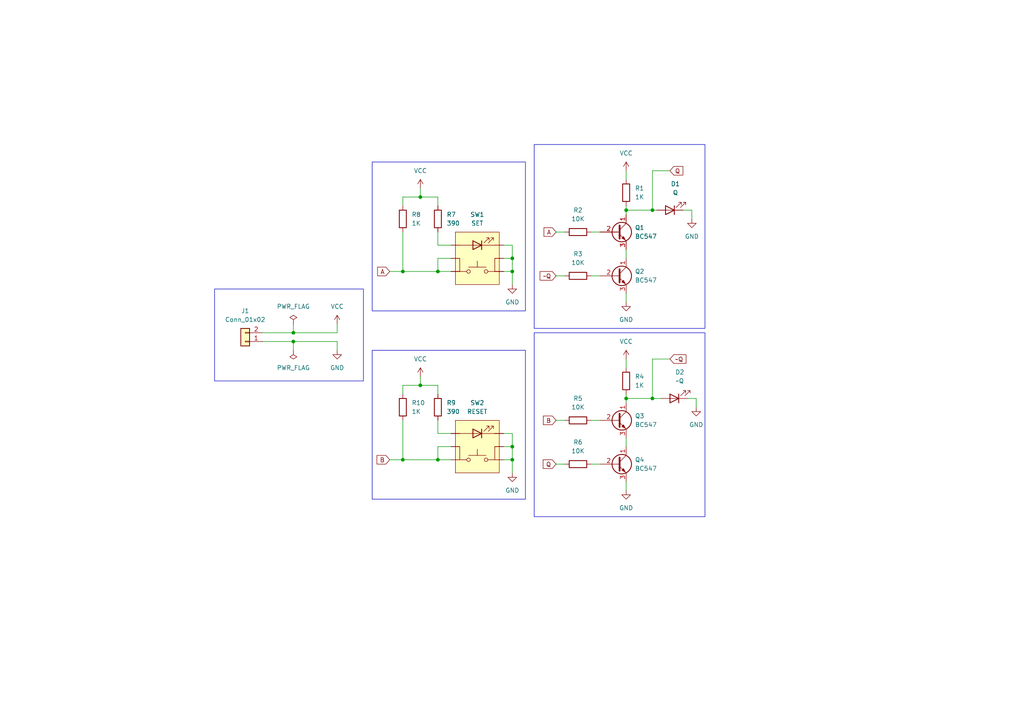
<source format=kicad_sch>
(kicad_sch (version 20230121) (generator eeschema)
  (paper "A4")
  (title_block (title "SR Latch") (date "2023-10-28") (rev "1") (company "XS-Labs"))
  (lib_symbols
    (symbol "Connector_Generic:Conn_01x02" (pin_names (offset 1.016) hide)
      (property "Reference" "J" (at 0 2.54 0))
      (property "Value" "Conn_01x02" (at 0 -5.08 0))
      (symbol "Conn_01x02_1_1"
        (rectangle (start -1.27 -2.413) (end 0 -2.667) (stroke (width 0.1524)))
        (rectangle (start -1.27 0.127) (end 0 -0.127) (stroke (width 0.1524)))
        (rectangle (start -1.27 1.27) (end 1.27 -3.81) (stroke (width 0.254)) (fill (type background)))
        (pin passive line (at -5.08 0 0) (length 3.81) (name "Pin_1") (number "1"))
        (pin passive line (at -5.08 -2.54 0) (length 3.81) (name "Pin_2") (number "2"))
      )
    )
    (symbol "Device:LED" (pin_numbers hide) (pin_names (offset 1.016) hide)
      (property "Reference" "D" (at 0 2.54 0))
      (property "Value" "LED" (at 0 -2.54 0))
      (symbol "LED_0_1"
        (polyline (pts (xy -1.27 -1.27) (xy -1.27 1.27)) (stroke (width 0.254)))
        (polyline (pts (xy -1.27 0) (xy 1.27 0)))
        (polyline (pts (xy 1.27 -1.27) (xy 1.27 1.27) (xy -1.27 0) (xy 1.27 -1.27)) (stroke (width 0.254)))
        (polyline (pts (xy -3.048 -0.762) (xy -4.572 -2.286) (xy -3.81 -2.286) (xy -4.572 -2.286) (xy -4.572 -1.524)))
        (polyline (pts (xy -1.778 -0.762) (xy -3.302 -2.286) (xy -2.54 -2.286) (xy -3.302 -2.286) (xy -3.302 -1.524)))
      )
      (symbol "LED_1_1"
        (pin passive line (at -3.81 0 0) (length 2.54) (name "K") (number "1"))
        (pin passive line (at 3.81 0 180) (length 2.54) (name "A") (number "2"))
      )
    )
    (symbol "Device:R" (pin_numbers hide) (pin_names (offset 0))
      (property "Reference" "R" (at 2.032 0 90))
      (property "Value" "R" (at 0 0 90))
      (symbol "R_0_1"
        (rectangle (start -1.016 -2.54) (end 1.016 2.54) (stroke (width 0.254)))
      )
      (symbol "R_1_1"
        (pin passive line (at 0 3.81 270) (length 1.27) (name "~") (number "1"))
        (pin passive line (at 0 -3.81 90) (length 1.27) (name "~") (number "2"))
      )
    )
    (symbol "Transistor_BJT:BC547" (pin_names (offset 0) hide)
      (property "Reference" "Q" (at 5.08 1.905 0))
      (property "Value" "BC547" (at 5.08 0 0))
      (symbol "BC547_0_1"
        (polyline (pts (xy 0 0) (xy 0.635 0)))
        (polyline (pts (xy 0.635 0.635) (xy 2.54 2.54)))
        (polyline (pts (xy 0.635 -0.635) (xy 2.54 -2.54) (xy 2.54 -2.54)))
        (polyline (pts (xy 0.635 1.905) (xy 0.635 -1.905) (xy 0.635 -1.905)) (stroke (width 0.508)))
        (polyline (pts (xy 1.27 -1.778) (xy 1.778 -1.27) (xy 2.286 -2.286) (xy 1.27 -1.778) (xy 1.27 -1.778)) (fill (type outline)))
        (circle (center 1.27 0) (radius 2.8194) (stroke (width 0.254)))
      )
      (symbol "BC547_1_1"
        (pin passive line (at 2.54 5.08 270) (length 2.54) (name "C") (number "1"))
        (pin input line (at -5.08 0 0) (length 5.08) (name "B") (number "2"))
        (pin passive line (at 2.54 -5.08 90) (length 2.54) (name "E") (number "3"))
      )
    )
    (symbol "XS:Tactile-Omron-B3W-900X-X1X" (pin_numbers hide) (pin_names (offset 1.016) hide)
      (property "Reference" "SW" (at 0 8.89 0))
      (property "Value" "Tactile-Omron-B3W-900X-X1X" (at 0 -8.89 0))
      (symbol "Tactile-Omron-B3W-900X-X1X_0_1"
        (circle (center -2.54 -3.81) (radius 0.508))
        (polyline (pts (xy -5.08 -3.81) (xy -3.175 -3.81)))
        (polyline (pts (xy -5.08 0) (xy -5.08 -3.81)))
        (polyline (pts (xy -5.08 3.81) (xy 5.08 3.81)))
        (polyline (pts (xy 0 -2.54) (xy 0 -0.762)))
        (polyline (pts (xy 1.27 2.54) (xy 1.27 5.08)) (stroke (width 0.254)))
        (polyline (pts (xy 2.54 -2.54) (xy -2.54 -2.54)))
        (polyline (pts (xy 5.08 -3.81) (xy 3.175 -3.81)))
        (polyline (pts (xy 5.08 0) (xy 5.08 -3.81)))
        (polyline (pts (xy -1.27 5.08) (xy -1.27 2.54) (xy 1.27 3.81) (xy -1.27 5.08)) (stroke (width 0.254)))
        (polyline (pts (xy 1.905 4.445) (xy 3.429 5.969) (xy 2.667 5.969) (xy 3.429 5.969) (xy 3.429 5.207)))
        (polyline (pts (xy 3.175 4.445) (xy 4.699 5.969) (xy 3.937 5.969) (xy 4.699 5.969) (xy 4.699 5.207)))
        (circle (center 2.54 -3.81) (radius 0.508))
      )
      (symbol "Tactile-Omron-B3W-900X-X1X_1_1"
        (rectangle (start -6.35 7.62) (end 6.35 -7.62) (fill (type background)))
        (pin passive line (at 7.62 0 180) (length 2.54) (name "1") (number "1"))
        (pin passive line (at 7.62 -3.81 180) (length 2.54) (name "2") (number "2"))
        (pin passive line (at -7.62 0 0) (length 2.54) (name "3") (number "3"))
        (pin passive line (at -7.62 -3.81 0) (length 2.54) (name "4") (number "4"))
        (pin passive line (at 7.62 3.81 180) (length 2.54) (name "K") (number "5"))
        (pin passive line (at -7.62 3.81 0) (length 2.54) (name "A") (number "6"))
      )
    )
    (symbol "power:GND" (power) (pin_names (offset 0))
      (property "Value" "GND" (at 0 -3.81 0))
      (symbol "GND_0_1"
        (polyline (pts (xy 0 0) (xy 0 -1.27) (xy 1.27 -1.27) (xy 0 -2.54) (xy -1.27 -1.27) (xy 0 -1.27)))
      )
      (symbol "GND_1_1"
        (pin power_in line (at 0 0 270) (length 0) hide (name "GND") (number "1"))
      )
    )
    (symbol "power:PWR_FLAG" (power) (pin_numbers hide) (pin_names (offset 0) hide)
      (property "Value" "PWR_FLAG" (at 0 3.81 0))
      (symbol "PWR_FLAG_0_0"
        (pin power_out line (at 0 0 90) (length 0) (name "pwr") (number "1"))
      )
      (symbol "PWR_FLAG_0_1"
        (polyline (pts (xy 0 0) (xy 0 1.27) (xy -1.016 1.905) (xy 0 2.54) (xy 1.016 1.905) (xy 0 1.27)))
      )
    )
    (symbol "power:VCC" (power) (pin_names (offset 0))
      (property "Value" "VCC" (at 0 3.81 0))
      (symbol "VCC_0_1"
        (polyline (pts (xy -0.762 1.27) (xy 0 2.54)))
        (polyline (pts (xy 0 0) (xy 0 2.54)))
        (polyline (pts (xy 0 2.54) (xy 0.762 1.27)))
      )
      (symbol "VCC_1_1"
        (pin power_in line (at 0 0 90) (length 0) hide (name "VCC") (number "1"))
      )
    )
  )
  (junction (at 116.84 78.74))
  (junction (at 181.61 60.96))
  (junction (at 181.61 115.57))
  (junction (at 148.59 129.54))
  (junction (at 85.09 96.52))
  (junction (at 116.84 133.35))
  (junction (at 148.59 74.93))
  (junction (at 127 78.74))
  (junction (at 127 133.35))
  (junction (at 85.09 99.06))
  (junction (at 148.59 133.35))
  (junction (at 121.92 57.15))
  (junction (at 189.23 115.57))
  (junction (at 189.23 60.96))
  (junction (at 121.92 111.76))
  (junction (at 148.59 78.74))
  (wire (pts (xy 76.2 99.06) (xy 85.09 99.06)))
  (wire (pts (xy 127 111.76) (xy 127 114.3)))
  (wire (pts (xy 146.05 78.74) (xy 148.59 78.74)))
  (wire (pts (xy 127 57.15) (xy 127 59.69)))
  (wire (pts (xy 181.61 139.7) (xy 181.61 142.24)))
  (wire (pts (xy 161.29 121.92) (xy 163.83 121.92)))
  (wire (pts (xy 201.93 115.57) (xy 201.93 118.11)))
  (wire (pts (xy 181.61 85.09) (xy 181.61 87.63)))
  (wire (pts (xy 127 78.74) (xy 130.81 78.74)))
  (wire (pts (xy 181.61 115.57) (xy 189.23 115.57)))
  (wire (pts (xy 121.92 109.22) (xy 121.92 111.76)))
  (wire (pts (xy 181.61 127) (xy 181.61 129.54)))
  (wire (pts (xy 171.45 121.92) (xy 173.99 121.92)))
  (wire (pts (xy 181.61 114.3) (xy 181.61 115.57)))
  (wire (pts (xy 189.23 115.57) (xy 191.77 115.57)))
  (wire (pts (xy 127 125.73) (xy 130.81 125.73)))
  (wire (pts (xy 121.92 54.61) (xy 121.92 57.15)))
  (wire (pts (xy 199.39 115.57) (xy 201.93 115.57)))
  (wire (pts (xy 113.03 133.35) (xy 116.84 133.35)))
  (wire (pts (xy 121.92 111.76) (xy 127 111.76)))
  (wire (pts (xy 85.09 99.06) (xy 85.09 101.6)))
  (wire (pts (xy 113.03 78.74) (xy 116.84 78.74)))
  (wire (pts (xy 76.2 96.52) (xy 85.09 96.52)))
  (wire (pts (xy 161.29 80.01) (xy 163.83 80.01)))
  (wire (pts (xy 148.59 129.54) (xy 148.59 133.35)))
  (wire (pts (xy 148.59 133.35) (xy 148.59 137.16)))
  (wire (pts (xy 85.09 93.98) (xy 85.09 96.52)))
  (wire (pts (xy 181.61 104.14) (xy 181.61 106.68)))
  (wire (pts (xy 127 71.12) (xy 130.81 71.12)))
  (wire (pts (xy 116.84 111.76) (xy 121.92 111.76)))
  (wire (pts (xy 116.84 57.15) (xy 116.84 59.69)))
  (wire (pts (xy 127 129.54) (xy 127 133.35)))
  (wire (pts (xy 127 74.93) (xy 130.81 74.93)))
  (wire (pts (xy 148.59 78.74) (xy 148.59 82.55)))
  (wire (pts (xy 148.59 71.12) (xy 148.59 74.93)))
  (wire (pts (xy 127 74.93) (xy 127 78.74)))
  (wire (pts (xy 127 133.35) (xy 130.81 133.35)))
  (wire (pts (xy 171.45 134.62) (xy 173.99 134.62)))
  (wire (pts (xy 116.84 78.74) (xy 127 78.74)))
  (wire (pts (xy 181.61 49.53) (xy 181.61 52.07)))
  (wire (pts (xy 97.79 93.98) (xy 97.79 96.52)))
  (wire (pts (xy 116.84 57.15) (xy 121.92 57.15)))
  (wire (pts (xy 127 121.92) (xy 127 125.73)))
  (wire (pts (xy 116.84 133.35) (xy 127 133.35)))
  (wire (pts (xy 146.05 125.73) (xy 148.59 125.73)))
  (wire (pts (xy 116.84 111.76) (xy 116.84 114.3)))
  (wire (pts (xy 171.45 80.01) (xy 173.99 80.01)))
  (wire (pts (xy 146.05 129.54) (xy 148.59 129.54)))
  (wire (pts (xy 85.09 96.52) (xy 97.79 96.52)))
  (wire (pts (xy 200.66 60.96) (xy 200.66 63.5)))
  (wire (pts (xy 181.61 60.96) (xy 189.23 60.96)))
  (wire (pts (xy 181.61 72.39) (xy 181.61 74.93)))
  (wire (pts (xy 198.12 60.96) (xy 200.66 60.96)))
  (wire (pts (xy 161.29 67.31) (xy 163.83 67.31)))
  (wire (pts (xy 189.23 60.96) (xy 190.5 60.96)))
  (wire (pts (xy 148.59 74.93) (xy 148.59 78.74)))
  (wire (pts (xy 116.84 67.31) (xy 116.84 78.74)))
  (wire (pts (xy 181.61 115.57) (xy 181.61 116.84)))
  (wire (pts (xy 146.05 74.93) (xy 148.59 74.93)))
  (wire (pts (xy 97.79 99.06) (xy 97.79 101.6)))
  (wire (pts (xy 121.92 57.15) (xy 127 57.15)))
  (wire (pts (xy 189.23 49.53) (xy 189.23 60.96)))
  (wire (pts (xy 161.29 134.62) (xy 163.83 134.62)))
  (wire (pts (xy 148.59 125.73) (xy 148.59 129.54)))
  (wire (pts (xy 189.23 104.14) (xy 194.31 104.14)))
  (wire (pts (xy 189.23 104.14) (xy 189.23 115.57)))
  (wire (pts (xy 181.61 59.69) (xy 181.61 60.96)))
  (wire (pts (xy 146.05 133.35) (xy 148.59 133.35)))
  (wire (pts (xy 171.45 67.31) (xy 173.99 67.31)))
  (wire (pts (xy 116.84 121.92) (xy 116.84 133.35)))
  (wire (pts (xy 146.05 71.12) (xy 148.59 71.12)))
  (wire (pts (xy 189.23 49.53) (xy 194.31 49.53)))
  (wire (pts (xy 127 67.31) (xy 127 71.12)))
  (wire (pts (xy 181.61 60.96) (xy 181.61 62.23)))
  (wire (pts (xy 85.09 99.06) (xy 97.79 99.06)))
  (wire (pts (xy 127 129.54) (xy 130.81 129.54)))
  (rectangle (start 154.94 41.91) (end 204.47 95.25))
  (rectangle (start 107.95 101.6) (end 152.4 144.78))
  (rectangle (start 62.23 83.82) (end 105.41 110.49))
  (rectangle (start 154.94 96.52) (end 204.47 149.86))
  (rectangle (start 107.95 46.99) (end 152.4 90.17))
  (global_label "B" (shape input) (at 161.29 121.92 180) (property "Intersheetrefs" "${INTERSHEET_REFS}" (effects hide)))
  (global_label "~Q" (shape input) (at 161.29 80.01 180) (property "Intersheetrefs" "${INTERSHEET_REFS}" (effects hide)))
  (global_label "Q" (shape input) (at 194.31 49.53 0) (property "Intersheetrefs" "${INTERSHEET_REFS}" (effects hide)))
  (global_label "A" (shape input) (at 113.03 78.74 180) (property "Intersheetrefs" "${INTERSHEET_REFS}" (effects hide)))
  (global_label "Q" (shape input) (at 161.29 134.62 180) (property "Intersheetrefs" "${INTERSHEET_REFS}" (effects hide)))
  (global_label "~Q" (shape input) (at 194.31 104.14 0) (property "Intersheetrefs" "${INTERSHEET_REFS}" (effects hide)))
  (global_label "B" (shape input) (at 113.03 133.35 180) (property "Intersheetrefs" "${INTERSHEET_REFS}" (effects hide)))
  (global_label "A" (shape input) (at 161.29 67.31 180) (property "Intersheetrefs" "${INTERSHEET_REFS}" (effects hide)))
  (symbol (lib_id "Device:R") (at 116.84 118.11 180) (unit 1)
    (property "Reference" "R10" (at 119.38 116.84 0) (effects (justify right)))
    (property "Value" "1K" (at 119.38 119.38 0) (effects (justify right)))
    (property "Footprint" "XS:Resistor-Vishay-CCF07" (effects hide))
  )
  (symbol (lib_id "Device:R") (at 167.64 134.62 270) (unit 1)
    (property "Reference" "R6" (at 167.64 128.27 90))
    (property "Value" "10K" (at 167.64 130.81 90))
    (property "Footprint" "XS:Resistor-Vishay-CCF07" (effects hide))
  )
  (symbol (lib_id "power:GND") (at 97.79 101.6 0) (unit 1)
    (property "Reference" "#PWR01" (effects hide))
    (property "Value" "GND" (at 97.79 106.68 0))
  )
  (symbol (lib_id "XS:Tactile-Omron-B3W-900X-X1X") (at 138.43 74.93 0) (unit 1)
    (property "Reference" "SW1" (at 138.43 62.23 0))
    (property "Value" "SET" (at 138.43 64.77 0))
    (property "Footprint" "XS:Tactile-Omron-B3W-900X-X1X" (effects hide))
  )
  (symbol (lib_id "power:PWR_FLAG") (at 85.09 93.98 0) (unit 1)
    (property "Reference" "#FLG01" (effects hide))
    (property "Value" "PWR_FLAG" (at 85.09 88.9 0))
  )
  (symbol (lib_id "Transistor_BJT:BC547") (at 179.07 80.01 0) (unit 1)
    (property "Reference" "Q2" (at 184.15 78.74 0) (effects (justify left)))
    (property "Value" "BC547" (at 184.15 81.28 0) (effects (justify left)))
    (property "Footprint" "XS:Package-TO-92-Line-Spacing-Lead-Form" (effects hide))
    (property "Datasheet" "https://www.onsemi.com/pub/Collateral/BC550-D.pdf" (effects hide))
  )
  (symbol (lib_id "power:VCC") (at 181.61 104.14 0) (unit 1)
    (property "Reference" "#PWR04" (effects hide))
    (property "Value" "VCC" (at 181.61 99.06 0))
  )
  (symbol (lib_id "Device:R") (at 167.64 121.92 90) (unit 1)
    (property "Reference" "R5" (at 167.64 115.57 90))
    (property "Value" "10K" (at 167.64 118.11 90))
    (property "Footprint" "XS:Resistor-Vishay-CCF07" (effects hide))
  )
  (symbol (lib_id "Device:R") (at 127 118.11 180) (unit 1)
    (property "Reference" "R9" (at 129.54 116.84 0) (effects (justify right)))
    (property "Value" "390" (at 129.54 119.38 0) (effects (justify right)))
    (property "Footprint" "XS:Resistor-Vishay-CCF07" (effects hide))
  )
  (symbol (lib_id "power:VCC") (at 97.79 93.98 0) (unit 1)
    (property "Reference" "#PWR02" (effects hide))
    (property "Value" "VCC" (at 97.79 88.9 0))
  )
  (symbol (lib_id "power:PWR_FLAG") (at 85.09 101.6 180) (unit 1)
    (property "Reference" "#FLG02" (effects hide))
    (property "Value" "PWR_FLAG" (at 85.09 106.68 0))
  )
  (symbol (lib_id "Device:R") (at 167.64 67.31 90) (unit 1)
    (property "Reference" "R2" (at 167.64 60.96 90))
    (property "Value" "10K" (at 167.64 63.5 90))
    (property "Footprint" "XS:Resistor-Vishay-CCF07" (effects hide))
  )
  (symbol (lib_id "power:VCC") (at 181.61 49.53 0) (unit 1)
    (property "Reference" "#PWR03" (effects hide))
    (property "Value" "VCC" (at 181.61 44.45 0))
  )
  (symbol (lib_id "Device:LED") (at 195.58 115.57 180) (unit 1)
    (property "Reference" "D2" (at 197.1675 107.95 0))
    (property "Value" "~Q" (at 197.1675 110.49 0))
    (property "Footprint" "XS:LED-T1-34-5mm" (effects hide))
  )
  (symbol (lib_id "Device:R") (at 127 63.5 180) (unit 1)
    (property "Reference" "R7" (at 129.54 62.23 0) (effects (justify right)))
    (property "Value" "390" (at 129.54 64.77 0) (effects (justify right)))
    (property "Footprint" "XS:Resistor-Vishay-CCF07" (effects hide))
  )
  (symbol (lib_id "power:GND") (at 181.61 142.24 0) (unit 1)
    (property "Reference" "#PWR06" (effects hide))
    (property "Value" "GND" (at 181.61 147.32 0))
  )
  (symbol (lib_id "Device:LED") (at 194.31 60.96 180) (unit 1)
    (property "Reference" "D1" (at 195.8975 53.34 0))
    (property "Value" "Q" (at 195.8975 55.88 0))
    (property "Footprint" "XS:LED-T1-34-5mm" (effects hide))
  )
  (symbol (lib_id "power:GND") (at 181.61 87.63 0) (unit 1)
    (property "Reference" "#PWR05" (effects hide))
    (property "Value" "GND" (at 181.61 92.71 0))
  )
  (symbol (lib_id "Device:R") (at 116.84 63.5 180) (unit 1)
    (property "Reference" "R8" (at 119.38 62.23 0) (effects (justify right)))
    (property "Value" "1K" (at 119.38 64.77 0) (effects (justify right)))
    (property "Footprint" "XS:Resistor-Vishay-CCF07" (effects hide))
  )
  (symbol (lib_id "Device:R") (at 167.64 80.01 270) (unit 1)
    (property "Reference" "R3" (at 167.64 73.66 90))
    (property "Value" "10K" (at 167.64 76.2 90))
    (property "Footprint" "XS:Resistor-Vishay-CCF07" (effects hide))
  )
  (symbol (lib_id "power:GND") (at 148.59 82.55 0) (unit 1)
    (property "Reference" "#PWR010" (effects hide))
    (property "Value" "GND" (at 148.59 87.63 0))
  )
  (symbol (lib_id "Transistor_BJT:BC547") (at 179.07 134.62 0) (unit 1)
    (property "Reference" "Q4" (at 184.15 133.35 0) (effects (justify left)))
    (property "Value" "BC547" (at 184.15 135.89 0) (effects (justify left)))
    (property "Footprint" "XS:Package-TO-92-Line-Spacing-Lead-Form" (effects hide))
    (property "Datasheet" "https://www.onsemi.com/pub/Collateral/BC550-D.pdf" (effects hide))
  )
  (symbol (lib_id "power:VCC") (at 121.92 109.22 0) (unit 1)
    (property "Reference" "#PWR012" (effects hide))
    (property "Value" "VCC" (at 121.92 104.14 0))
  )
  (symbol (lib_id "Connector_Generic:Conn_01x02") (at 71.12 99.06 180) (unit 1)
    (property "Reference" "J1" (at 71.12 90.17 0))
    (property "Value" "Conn_01x02" (at 71.12 92.71 0))
    (property "Footprint" "XS:Connector-Wurth-Terminal-Block-2P-3.5mm-691214110002" (effects hide))
  )
  (symbol (lib_id "power:GND") (at 148.59 137.16 0) (unit 1)
    (property "Reference" "#PWR011" (effects hide))
    (property "Value" "GND" (at 148.59 142.24 0))
  )
  (symbol (lib_id "Transistor_BJT:BC547") (at 179.07 121.92 0) (unit 1)
    (property "Reference" "Q3" (at 184.15 120.65 0) (effects (justify left)))
    (property "Value" "BC547" (at 184.15 123.19 0) (effects (justify left)))
    (property "Footprint" "XS:Package-TO-92-Line-Spacing-Lead-Form" (effects hide))
    (property "Datasheet" "https://www.onsemi.com/pub/Collateral/BC550-D.pdf" (effects hide))
  )
  (symbol (lib_id "power:VCC") (at 121.92 54.61 0) (unit 1)
    (property "Reference" "#PWR09" (effects hide))
    (property "Value" "VCC" (at 121.92 49.53 0))
  )
  (symbol (lib_id "power:GND") (at 200.66 63.5 0) (unit 1)
    (property "Reference" "#PWR07" (effects hide))
    (property "Value" "GND" (at 200.66 68.58 0))
  )
  (symbol (lib_id "XS:Tactile-Omron-B3W-900X-X1X") (at 138.43 129.54 0) (unit 1)
    (property "Reference" "SW2" (at 138.43 116.84 0))
    (property "Value" "RESET" (at 138.43 119.38 0))
    (property "Footprint" "XS:Tactile-Omron-B3W-900X-X1X" (effects hide))
  )
  (symbol (lib_id "power:GND") (at 201.93 118.11 0) (unit 1)
    (property "Reference" "#PWR08" (effects hide))
    (property "Value" "GND" (at 201.93 123.19 0))
  )
  (symbol (lib_id "Device:R") (at 181.61 110.49 0) (unit 1)
    (property "Reference" "R4" (at 184.15 109.22 0) (effects (justify left)))
    (property "Value" "1K" (at 184.15 111.76 0) (effects (justify left)))
    (property "Footprint" "XS:Resistor-Vishay-CCF07" (effects hide))
  )
  (symbol (lib_id "Device:R") (at 181.61 55.88 0) (unit 1)
    (property "Reference" "R1" (at 184.15 54.61 0) (effects (justify left)))
    (property "Value" "1K" (at 184.15 57.15 0) (effects (justify left)))
    (property "Footprint" "XS:Resistor-Vishay-CCF07" (effects hide))
  )
  (symbol (lib_id "Transistor_BJT:BC547") (at 179.07 67.31 0) (unit 1)
    (property "Reference" "Q1" (at 184.15 66.04 0) (effects (justify left)))
    (property "Value" "BC547" (at 184.15 68.58 0) (effects (justify left)))
    (property "Footprint" "XS:Package-TO-92-Line-Spacing-Lead-Form" (effects hide))
    (property "Datasheet" "https://www.onsemi.com/pub/Collateral/BC550-D.pdf" (effects hide))
  )
)
</source>
